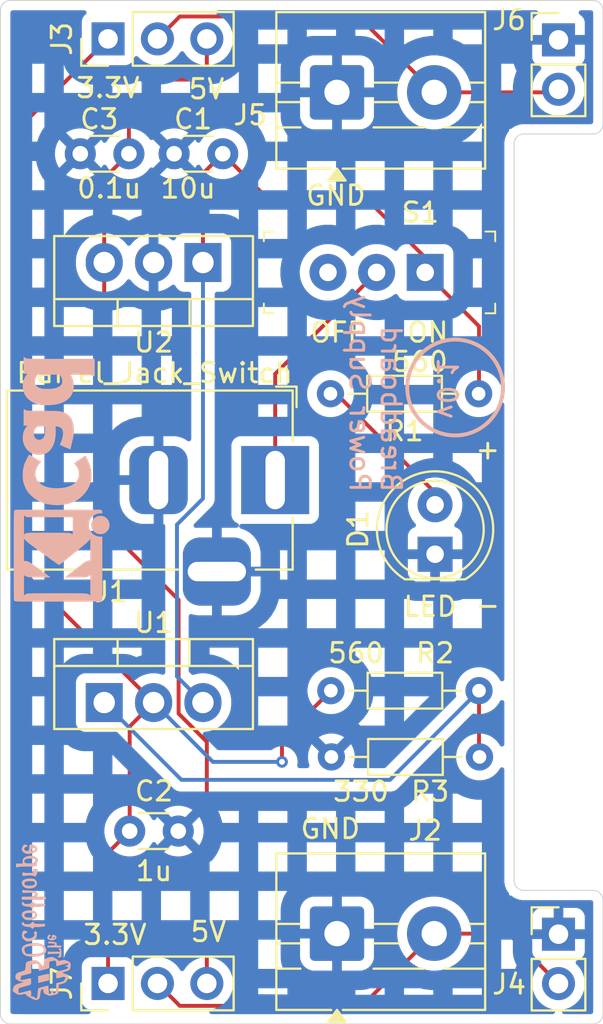
<source format=kicad_pcb>
(kicad_pcb (version 20241229) (generator "pcbnew") (generator_version "9.0")
  (title_block (title "Learning KiCAD with a simple project") (date "2025-10-31") (rev "1") (company "The Octothorpe"))
  (layers (0 "F.Cu" signal) (2 "B.Cu" signal) (13 "F.Paste" user) (15 "B.Paste" user) (5 "F.SilkS" user "F.Silkscreen") (7 "B.SilkS" user "B.Silkscreen") (1 "F.Mask" user) (3 "B.Mask" user) (25 "Edge.Cuts" user))
  (net 0 "")
  (net 1 "/12V")
  (net 2 "GND")
  (net 3 "/3.3V")
  (net 4 "/5V")
  (net 5 "Net-(D1-A)")
  (net 6 "/PWR_input")
  (net 7 "/PWR_OUT_TOP")
  (net 8 "Net-(U1-ADJ)")
  (net 10 "/PWR_OUT_BOT")
  (footprint "Package_TO_SOT_THT:TO-220-3_Vertical" (layer "F.Cu") (at 134.49479 105.88879)
    (property "Reference" "U1" (at 2.54 -4.1 0) (layer "F.SilkS"))
    (property "Value" "LM317_TO-220" (hide yes))
    (pad "1" thru_hole rect (at 0 0) (size 1.905 2) (drill 1.1) (layers "*.Cu" "*.Mask") (net 8 "Net-(U1-ADJ)"))
    (pad "2" thru_hole oval (at 2.54 0) (size 1.905 2) (drill 1.1) (layers "*.Cu" "*.Mask") (net 3 "/3.3V"))
    (pad "3" thru_hole oval (at 5.08 0) (size 1.905 2) (drill 1.1) (layers "*.Cu" "*.Mask") (net 1 "/12V"))
  )
  (footprint "Resistor_THT:R_Axial_DIN0204_L3.6mm_D1.6mm_P7.62mm_Horizontal" (layer "F.Cu") (at 153.79879 108.68279 180)
    (property "Reference" "R3" (at 2.54 -1.778 0) (layer "F.SilkS"))
    (property "Value" "560" (at 6.35 5.334 0) (layer "F.SilkS"))
    (pad "1" thru_hole circle (at 0 0 180) (size 1.4 1.4) (drill 0.7) (layers "*.Cu" "*.Mask") (net 8 "Net-(U1-ADJ)"))
    (pad "2" thru_hole circle (at 7.62 0 180) (size 1.4 1.4) (drill 0.7) (layers "*.Cu" "*.Mask") (net 2 "GND"))
  )
  (footprint "Capacitor_THT:C_Disc_D3.0mm_W1.6mm_P2.50mm" (layer "F.Cu") (at 135.80479 112.49279)
    (property "Reference" "C2" (at 1.25 -2.05 0) (layer "F.SilkS"))
    (property "Value" "1u" (at 1.25 2.05 0) (layer "F.SilkS"))
    (pad "1" thru_hole circle (at 0 0) (size 1.6 1.6) (drill 0.8) (layers "*.Cu" "*.Mask") (net 3 "/3.3V"))
    (pad "2" thru_hole circle (at 2.5 0) (size 1.6 1.6) (drill 0.8) (layers "*.Cu" "*.Mask") (net 2 "GND"))
  )
  (footprint "Connector_PinHeader_2.54mm:PinHeader_1x03_P2.54mm_Vertical" (layer "F.Cu") (at 134.693245 120.319943 90)
    (property "Reference" "J7" (at 0 -2.38 90) (layer "F.SilkS"))
    (property "Value" "Conn_01x03" (hide yes))
    (pad "1" thru_hole rect (at 0 0 90) (size 1.7 1.7) (drill 1) (layers "*.Cu" "*.Mask") (net 3 "/3.3V"))
    (pad "2" thru_hole circle (at 0 2.54 90) (size 1.7 1.7) (drill 1) (layers "*.Cu" "*.Mask") (net 7 "/PWR_OUT_TOP"))
    (pad "3" thru_hole circle (at 0 5.08 90) (size 1.7 1.7) (drill 1) (layers "*.Cu" "*.Mask") (net 4 "/5V"))
  )
  (footprint "TerminalBlock:TerminalBlock_MaiXu_MX126-5.0-02P_1x02_P5.00mm" (layer "F.Cu") (at 146.468228 74.540546)
    (property "Reference" "J5" (hide yes))
    (property "Value" "Screw_Terminal_01x02" (hide yes))
    (fp_text user "${REFERENCE}" (at -4.463438 1.170244 0) (layer "F.SilkS"))
    (pad "1" thru_hole roundrect (at 0 0) (size 2.8 2.8) (drill 1.3) (layers "*.Cu" "*.Mask") (roundrect_rratio 0.089286) (net 2 "GND"))
    (pad "2" thru_hole circle (at 5 0) (size 2.8 2.8) (drill 1.3) (layers "*.Cu" "*.Mask") (net 10 "/PWR_OUT_BOT"))
  )
  (footprint "Resistor_THT:R_Axial_DIN0204_L3.6mm_D1.6mm_P7.62mm_Horizontal" (layer "F.Cu") (at 146.15279 105.27879)
    (property "Reference" "R2" (at 5.36 -1.93 0) (layer "F.SilkS"))
    (property "Value" "330" (at 1.55 5.182 0) (layer "F.SilkS"))
    (pad "1" thru_hole circle (at 0 0) (size 1.4 1.4) (drill 0.7) (layers "*.Cu" "*.Mask") (net 3 "/3.3V"))
    (pad "2" thru_hole circle (at 7.62 0) (size 1.4 1.4) (drill 0.7) (layers "*.Cu" "*.Mask") (net 8 "Net-(U1-ADJ)"))
  )
  (footprint "Connector_BarrelJack:BarrelJack_Horizontal" (layer "F.Cu") (at 143.28879 94.45879)
    (property "Reference" "J1" (at -8.45 5.75 0) (layer "F.SilkS"))
    (property "Value" "Barrel_Jack_Switch" (at -6.2 -5.5 0) (layer "F.SilkS"))
    (pad "1" thru_hole rect (at 0 0) (size 3.5 3.5) (drill oval 1 3) (layers "*.Cu" "*.Mask") (net 6 "/PWR_input"))
    (pad "2" thru_hole roundrect (at -6 0) (size 3 3.5) (drill oval 1 3) (layers "*.Cu" "*.Mask") (net 2 "GND"))
    (pad "3" thru_hole roundrect (at -3 4.7) (size 3.5 3.5) (drill oval 3 1) (layers "*.Cu" "*.Mask") (net 2 "GND"))
  )
  (footprint "Connector_PinHeader_2.54mm:PinHeader_1x02_P2.54mm_Vertical" (layer "F.Cu") (at 157.860463 71.842791)
    (property "Reference" "J6" (at -2.54093 -1.022284 0) (layer "F.SilkS"))
    (property "Value" "Conn_01x02" (hide yes))
    (pad "1" thru_hole rect (at 0 0) (size 1.7 1.7) (drill 1) (layers "*.Cu" "*.Mask") (net 2 "GND"))
    (pad "2" thru_hole circle (at 0 2.54) (size 1.7 1.7) (drill 1) (layers "*.Cu" "*.Mask") (net 10 "/PWR_OUT_BOT"))
  )
  (footprint "Resistor_THT:R_Axial_DIN0204_L3.6mm_D1.6mm_P7.62mm_Horizontal" (layer "F.Cu") (at 153.751402 90.023004 180)
    (property "Reference" "R1" (at 3.81 -1.92 0) (layer "F.SilkS"))
    (property "Value" "560" (at 3.022 1.64035 0) (layer "F.SilkS"))
    (pad "1" thru_hole circle (at 0 0 180) (size 1.4 1.4) (drill 0.7) (layers "*.Cu" "*.Mask") (net 1 "/12V"))
    (pad "2" thru_hole circle (at 7.62 0 180) (size 1.4 1.4) (drill 0.7) (layers "*.Cu" "*.Mask") (net 5 "Net-(D1-A)"))
  )
  (footprint "digikey-footprints:Switch_Slide_11.6x4mm_EG1218" (layer "F.Cu") (at 151.00479 83.79079 180)
    (property "Reference" "S1" (at 0.25 3.08 0) (layer "F.SilkS"))
    (property "Value" "EG1218" (hide yes))
    (pad "1" thru_hole rect (at 0 0 180) (size 1.9 1.9) (drill 0.9) (layers "*.Cu" "*.Mask") (net 1 "/12V"))
    (pad "2" thru_hole circle (at 2.5 0 180) (size 1.9 1.9) (drill 0.9) (layers "*.Cu" "*.Mask") (net 6 "/PWR_input"))
    (pad "3" thru_hole circle (at 5 0 180) (size 1.9 1.9) (drill 0.9) (layers "*.Cu" "*.Mask"))
  )
  (footprint "Connector_PinHeader_2.54mm:PinHeader_1x03_P2.54mm_Vertical" (layer "F.Cu") (at 134.693245 71.793647 90)
    (property "Reference" "J3" (at 0 -2.38 90) (layer "F.SilkS"))
    (property "Value" "Conn_01x03" (hide yes))
    (pad "1" thru_hole rect (at 0 0 90) (size 1.7 1.7) (drill 1) (layers "*.Cu" "*.Mask") (net 3 "/3.3V"))
    (pad "2" thru_hole circle (at 0 2.54 90) (size 1.7 1.7) (drill 1) (layers "*.Cu" "*.Mask") (net 10 "/PWR_OUT_BOT"))
    (pad "3" thru_hole circle (at 0 5.08 90) (size 1.7 1.7) (drill 1) (layers "*.Cu" "*.Mask") (net 4 "/5V"))
  )
  (footprint "Connector_PinHeader_2.54mm:PinHeader_1x02_P2.54mm_Vertical" (layer "F.Cu") (at 157.860463 117.788615)
    (property "Reference" "J4" (at -2.537673 2.578175 0) (layer "F.SilkS"))
    (property "Value" "Conn_01x02" (hide yes))
    (pad "1" thru_hole rect (at 0 0) (size 1.7 1.7) (drill 1) (layers "*.Cu" "*.Mask") (net 2 "GND"))
    (pad "2" thru_hole circle (at 0 2.54) (size 1.7 1.7) (drill 1) (layers "*.Cu" "*.Mask") (net 7 "/PWR_OUT_TOP"))
  )
  (footprint "Capacitor_THT:C_Disc_D3.0mm_W1.6mm_P2.50mm" (layer "F.Cu") (at 140.59079 77.69479 180)
    (property "Reference" "C1" (at 1.524 1.778 0) (layer "F.SilkS"))
    (property "Value" "10u" (at 1.778 -1.778 0) (layer "F.SilkS"))
    (pad "1" thru_hole circle (at 0 0 180) (size 1.6 1.6) (drill 0.8) (layers "*.Cu" "*.Mask") (net 1 "/12V"))
    (pad "2" thru_hole circle (at 2.5 0 180) (size 1.6 1.6) (drill 0.8) (layers "*.Cu" "*.Mask") (net 2 "GND"))
  )
  (footprint "LED_THT:LED_D5.0mm" (layer "F.Cu") (at 151.51279 98.26879 90)
    (property "Reference" "D1" (at 1.27 -3.96 90) (layer "F.SilkS"))
    (property "Value" "LED" (at -2.692 -0.258 0) (layer "F.SilkS"))
    (pad "1" thru_hole rect (at 0 0 90) (size 1.8 1.8) (drill 0.9) (layers "*.Cu" "*.Mask") (net 2 "GND"))
    (pad "2" thru_hole circle (at 2.54 0 90) (size 1.8 1.8) (drill 0.9) (layers "*.Cu" "*.Mask") (net 5 "Net-(D1-A)"))
  )
  (footprint "TerminalBlock:TerminalBlock_MaiXu_MX126-5.0-02P_1x02_P5.00mm" (layer "F.Cu") (at 146.468228 117.760895)
    (property "Reference" "J2" (at 4.536562 -5.300105 0) (layer "F.SilkS"))
    (property "Value" "Screw_Terminal_01x02" (hide yes))
    (pad "1" thru_hole roundrect (at 0 0) (size 2.8 2.8) (drill 1.3) (layers "*.Cu" "*.Mask") (roundrect_rratio 0.089286) (net 2 "GND"))
    (pad "2" thru_hole circle (at 5 0) (size 2.8 2.8) (drill 1.3) (layers "*.Cu" "*.Mask") (net 7 "/PWR_OUT_TOP"))
  )
  (footprint "Capacitor_THT:C_Disc_D3.0mm_W1.6mm_P2.50mm" (layer "F.Cu") (at 135.76479 77.69479 180)
    (property "Reference" "C3" (at 1.524 1.778 0) (layer "F.SilkS"))
    (property "Value" "0.1u" (at 1.016 -1.778 0) (layer "F.SilkS"))
    (pad "1" thru_hole circle (at 0 0 180) (size 1.6 1.6) (drill 0.8) (layers "*.Cu" "*.Mask") (net 4 "/5V"))
    (pad "2" thru_hole circle (at 2.5 0 180) (size 1.6 1.6) (drill 0.8) (layers "*.Cu" "*.Mask") (net 2 "GND"))
  )
  (footprint "Package_TO_SOT_THT:TO-220-3_Vertical" (layer "F.Cu") (at 139.57479 83.28279 180)
    (property "Reference" "U2" (at 2.54 -4.1 0) (layer "F.SilkS"))
    (property "Value" "LM7805_TO220" (hide yes))
    (pad "1" thru_hole rect (at 0 0 180) (size 1.905 2) (drill 1.1) (layers "*.Cu" "*.Mask") (net 1 "/12V"))
    (pad "2" thru_hole oval (at 2.54 0 180) (size 1.905 2) (drill 1.1) (layers "*.Cu" "*.Mask") (net 2 "GND"))
    (pad "3" thru_hole oval (at 5.08 0 180) (size 1.905 2) (drill 1.1) (layers "*.Cu" "*.Mask") (net 4 "/5V"))
  )
  (footprint "power_supply_breadboard:my_logo" (layer "B.Cu") (at 131.28679 117.17479 90)
    (property "Reference" "G***" (hide yes))
    (property "Value" "LOGO" (hide yes))
  )
  (footprint "Symbol:KiCad-Logo_5mm_SilkScreen" (layer "B.Cu") (at 131.78679 94.42479 90)
    (property "Reference" "REF**" (hide yes))
    (property "Value" "KiCad-Logo_5mm_SilkScreen" (hide yes))
  )
  (gr_circle (center 152.543673 89.703791) (end 153.543673 91.953791) (stroke (width 0.2)) (fill no) (layer "B.SilkS"))
  (gr_line (start 129.66879 69.82079) (end 159.64079 69.82079) (stroke (width 0.05)) (layer "Edge.Cuts"))
  (gr_line (start 159.64079 76.67879) (end 156.08479 76.67879) (stroke (width 0.05)) (layer "Edge.Cuts"))
  (gr_arc (start 155.57679 77.18679) (mid 155.72558 76.82758) (end 156.08479 76.67879) (stroke (width 0.05)) (layer "Edge.Cuts"))
  (gr_line (start 129.16079 121.89079) (end 129.16079 70.32879) (stroke (width 0.05)) (layer "Edge.Cuts"))
  (gr_line (start 156.08479 115.54079) (end 159.64079 115.54079) (stroke (width 0.05)) (layer "Edge.Cuts"))
  (gr_line (start 160.14879 116.04879) (end 160.14879 121.89079) (stroke (width 0.05)) (layer "Edge.Cuts"))
  (gr_arc (start 156.08479 115.54079) (mid 155.72558 115.392) (end 155.57679 115.03279) (stroke (width 0.05)) (layer "Edge.Cuts"))
  (gr_arc (start 129.16079 70.32879) (mid 129.30958 69.96958) (end 129.66879 69.82079) (stroke (width 0.05)) (layer "Edge.Cuts"))
  (gr_line (start 155.57679 77.18679) (end 155.57679 115.03279) (stroke (width 0.05)) (layer "Edge.Cuts"))
  (gr_arc (start 160.14879 76.17079) (mid 160 76.53) (end 159.64079 76.67879) (stroke (width 0.05)) (layer "Edge.Cuts"))
  (gr_line (start 159.64079 122.39879) (end 129.66879 122.39879) (stroke (width 0.05)) (layer "Edge.Cuts"))
  (gr_arc (start 160.14879 121.89079) (mid 160 122.25) (end 159.64079 122.39879) (stroke (width 0.05)) (layer "Edge.Cuts"))
  (gr_arc (start 129.66879 122.39879) (mid 129.30958 122.25) (end 129.16079 121.89079) (stroke (width 0.05)) (layer "Edge.Cuts"))
  (gr_line (start 160.14879 70.32879) (end 160.14879 76.17079) (stroke (width 0.05)) (layer "Edge.Cuts"))
  (gr_arc (start 159.64079 69.82079) (mid 160 69.96958) (end 160.14879 70.32879) (stroke (width 0.05)) (layer "Edge.Cuts"))
  (gr_arc (start 159.64079 115.54079) (mid 160 115.68958) (end 160.14879 116.04879) (stroke (width 0.05)) (layer "Edge.Cuts"))
  (gr_text "GND" (at 144.50479 112.96079 0) (layer "F.SilkS") (effects (font (size 1 1)) (justify left bottom)))
  (gr_text "5V" (at 138.85128 118.254142 0) (layer "F.SilkS") (effects (font (size 1 1)) (justify left bottom)))
  (gr_text "-" (at 153.50479 101.46079 0) (layer "F.SilkS") (effects (font (size 1 1)) (justify left bottom)))
  (gr_text "3.3V" (at 132.97079 74.90079 0) (layer "F.SilkS") (effects (font (size 1 1)) (justify left bottom)))
  (gr_text "GND" (at 144.78679 80.42479 0) (layer "F.SilkS") (effects (font (size 1 1)) (justify left bottom)))
  (gr_text "ON" (at 149.992122 87.459334 0) (layer "F.SilkS") (effects (font (size 1 1)) (justify left bottom)))
  (gr_text "3.3V" (at 133.33263 118.404903 0) (layer "F.SilkS") (effects (font (size 1 1)) (justify left bottom)))
  (gr_text "5V" (at 138.75479 74.96079 0) (layer "F.SilkS") (effects (font (size 1 1)) (justify left bottom)))
  (gr_text "+" (at 153.50479 93.46079 0) (layer "F.SilkS") (effects (font (size 1 1)) (justify left bottom)))
  (gr_text "OFF" (at 145.00479 87.46079 0) (layer "F.SilkS") (effects (font (size 1 1)) (justify left bottom)))
  (gr_text "Breadboard\nPower Supply" (at 147.047477 95.16974 270) (layer "B.SilkS") (effects (font (size 1 1)) (justify left bottom mirror)))
  (gr_text "v0.1" (at 151.542428 91.420397 270) (layer "B.SilkS") (effects (font (size 1 1)) (justify left bottom mirror)))
  (segment (start 139.57479 78.71079) (end 140.59079 77.69479) (width 0.2) (layer "F.Cu") (net 1))
  (segment (start 153.77279 89.74914) (end 153.77279 86.55879) (width 0.2) (layer "F.Cu") (net 1))
  (segment (start 151.00479 83.02879) (end 151.00479 83.79079) (width 0.2) (layer "F.Cu") (net 1))
  (segment (start 153.77279 86.55879) (end 151.00479 83.79079) (width 0.2) (layer "F.Cu") (net 1))
  (segment (start 147.70279 79.72679) (end 151.00479 83.02879) (width 0.2) (layer "F.Cu") (net 1))
  (segment (start 142.62279 79.72679) (end 147.70279 79.72679) (width 0.2) (layer "F.Cu") (net 1))
  (segment (start 139.57479 83.28279) (end 139.57479 78.71079) (width 0.2) (layer "F.Cu") (net 1))
  (segment (start 140.59079 77.69479) (end 142.62279 79.72679) (width 0.2) (layer "F.Cu") (net 1))
  (segment (start 139.57479 95.40913) (end 139.57479 83.28279) (width 0.2) (layer "B.Cu") (net 1))
  (segment (start 138.23779 96.74613) (end 139.57479 95.40913) (width 0.2) (layer "B.Cu") (net 1))
  (segment (start 138.23779 104.55179) (end 138.23779 96.74613) (width 0.2) (layer "B.Cu") (net 1))
  (segment (start 139.57479 105.88879) (end 138.23779 104.55179) (width 0.2) (layer "B.Cu") (net 1))
  (segment (start 143.63879 107.79279) (end 143.63879 108.93679) (width 0.2) (layer "F.Cu") (net 3))
  (segment (start 137.03479 105.88879) (end 129.92279 98.77679) (width 0.2) (layer "F.Cu") (net 3))
  (segment (start 134.693245 113.604335) (end 135.80479 112.49279) (width 0.2) (layer "F.Cu") (net 3))
  (segment (start 129.92279 98.77679) (end 129.92279 76.564102) (width 0.2) (layer "F.Cu") (net 3))
  (segment (start 135.80479 112.49279) (end 135.80479 107.11879) (width 0.2) (layer "F.Cu") (net 3))
  (segment (start 146.15279 105.27879) (end 143.63879 107.79279) (width 0.2) (layer "F.Cu") (net 3))
  (segment (start 135.80479 107.11879) (end 137.03479 105.88879) (width 0.2) (layer "F.Cu") (net 3))
  (segment (start 129.92279 76.564102) (end 134.693245 71.793647) (width 0.2) (layer "F.Cu") (net 3))
  (segment (start 134.693245 120.319943) (end 134.693245 113.604335) (width 0.2) (layer "F.Cu") (net 3))
  (via (at 143.63879 108.93679) (size 0.6) (drill 0.3) (layers "F.Cu" "B.Cu") (net 3))
  (segment (start 140.08279 108.93679) (end 137.03479 105.88879) (width 0.2) (layer "B.Cu") (net 3))
  (segment (start 143.63879 108.93679) (end 140.08279 108.93679) (width 0.2) (layer "B.Cu") (net 3))
  (segment (start 139.773245 71.797245) (end 139.82879 71.85279) (width 0.2) (layer "F.Cu") (net 4))
  (segment (start 139.773245 73.686335) (end 139.57479 73.88479) (width 0.2) (layer "F.Cu") (net 4))
  (segment (start 135.76479 75.66279) (end 135.76479 77.69479) (width 0.2) (layer "F.Cu") (net 4))
  (segment (start 137.54279 73.88479) (end 135.76479 75.66279) (width 0.2) (layer "F.Cu") (net 4))
  (segment (start 139.57479 73.88479) (end 137.54279 73.88479) (width 0.2) (layer "F.Cu") (net 4))
  (segment (start 134.49479 83.28279) (end 134.49479 78.96479) (width 0.2) (layer "F.Cu") (net 4))
  (segment (start 139.773245 107.907462) (end 139.773245 120.319943) (width 0.2) (layer "F.Cu") (net 4))
  (segment (start 139.773245 71.793647) (end 139.773245 73.686335) (width 0.2) (layer "F.Cu") (net 4))
  (segment (start 138.32129 106.455507) (end 139.773245 107.907462) (width 0.2) (layer "F.Cu") (net 4))
  (segment (start 134.49479 78.96479) (end 135.76479 77.69479) (width 0.2) (layer "F.Cu") (net 4))
  (segment (start 134.49479 96.785202) (end 138.32129 100.611702) (width 0.2) (layer "F.Cu") (net 4))
  (segment (start 139.773245 71.793647) (end 139.773245 71.797245) (width 0.2) (layer "F.Cu") (net 4))
  (segment (start 138.32129 100.611702) (end 138.32129 106.455507) (width 0.2) (layer "F.Cu") (net 4))
  (segment (start 134.49479 83.28279) (end 134.49479 96.785202) (width 0.2) (layer "F.Cu") (net 4))
  (segment (start 151.51279 95.10914) (end 151.51279 95.72879) (width 0.2) (layer "F.Cu") (net 5))
  (segment (start 146.15279 89.74914) (end 151.51279 95.10914) (width 0.2) (layer "F.Cu") (net 5))
  (segment (start 143.28879 94.45879) (end 143.28879 89.00679) (width 0.2) (layer "F.Cu") (net 6))
  (segment (start 143.28879 89.00679) (end 148.50479 83.79079) (width 0.2) (layer "F.Cu") (net 6))
  (segment (start 155.292743 117.760895) (end 151.468228 117.760895) (width 0.2) (layer "F.Cu") (net 7))
  (segment (start 157.860463 120.328615) (end 155.292743 117.760895) (width 0.2) (layer "F.Cu") (net 7))
  (segment (start 138.384245 121.470943) (end 147.75818 121.470943) (width 0.2) (layer "F.Cu") (net 7))
  (segment (start 137.233245 120.319943) (end 138.384245 121.470943) (width 0.2) (layer "F.Cu") (net 7))
  (segment (start 147.75818 121.470943) (end 151.468228 117.760895) (width 0.2) (layer "F.Cu") (net 7))
  (segment (start 153.77279 108.65679) (end 153.79879 108.68279) (width 0.2) (layer "F.Cu") (net 8))
  (segment (start 153.77279 105.27879) (end 153.77279 108.65679) (width 0.2) (layer "F.Cu") (net 8))
  (segment (start 134.49479 105.88879) (end 138.46579 109.85979) (width 0.2) (layer "B.Cu") (net 8))
  (segment (start 153.77279 105.27879) (end 149.19179 109.85979) (width 0.2) (layer "B.Cu") (net 8))
  (segment (start 149.19179 109.85979) (end 138.46579 109.85979) (width 0.2) (layer "B.Cu") (net 8))
  (segment (start 138.384245 70.642647) (end 147.570329 70.642647) (width 0.2) (layer "F.Cu") (net 10))
  (segment (start 147.570329 70.642647) (end 151.468228 74.540546) (width 0.2) (layer "F.Cu") (net 10))
  (segment (start 137.233245 71.793647) (end 138.384245 70.642647) (width 0.2) (layer "F.Cu") (net 10))
  (segment (start 151.468228 74.540546) (end 157.702708 74.540546) (width 0.2) (layer "F.Cu") (net 10))
  (segment (start 157.702708 74.540546) (end 157.860463 74.382791) (width 0.2) (layer "F.Cu") (net 10))
  (segment (start 157.930096 74.540546) (end 158.099487 74.371155) (width 0.2) (layer "F.Cu") (net 10))
  (zone (net 2) (net_name "GND") (layer "B.Cu") (connect_pads (clearance 0.5)) (min_thickness 0.25) (fill yes (mode hatch) (thermal_gap 0.5) (thermal_bridge_width 0.5) (hatch_thickness 1) (hatch_gap 1.5) (hatch_orientation 0) (hatch_border_algorithm hatch_thickness) (hatch_min_hole_area 0.3))
    (polygon (pts (xy 129.66879 70.07479) (xy 159.89479 70.07479) (xy 159.89479 76.42479) (xy 155.32279 76.42479) (xy 155.32279 115.79479) (xy 159.89479 115.79479) (xy 159.89479 122.14479) (xy 129.66879 121.89079)))
  )
)
</source>
